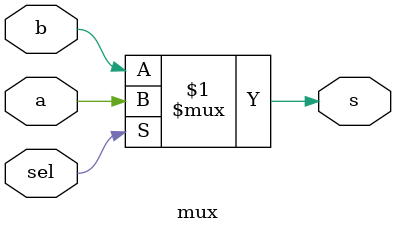
<source format=v>
module mux(
	// entradas e saídas
	input a,
	input b,
	input sel,
	output s);
	
	// true implida s=a
	// false implica s=b
	assign s = sel ? a : b;
	
endmodule
</source>
